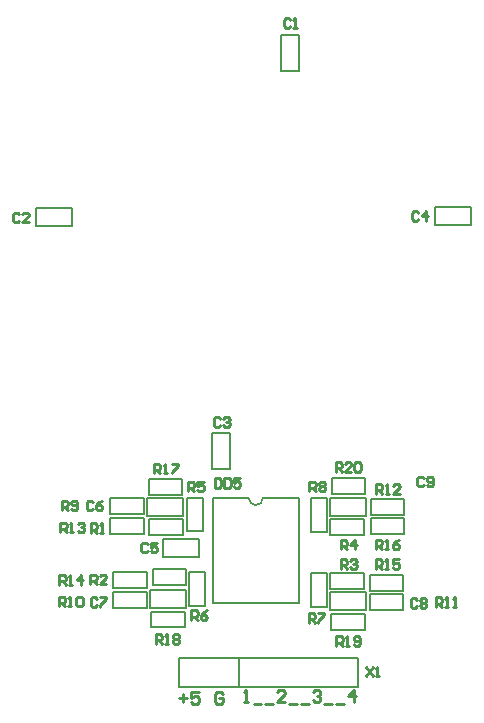
<source format=gbr>
%TF.GenerationSoftware,Altium Limited,Altium Designer,21.6.4 (81)*%
G04 Layer_Color=65535*
%FSLAX43Y43*%
%MOMM*%
%TF.SameCoordinates,7E1728C7-8053-4159-852C-9F5DCDCDAABE*%
%TF.FilePolarity,Positive*%
%TF.FileFunction,Legend,Top*%
%TF.Part,Single*%
G01*
G75*
%TA.AperFunction,NonConductor*%
%ADD21C,0.254*%
%ADD22C,0.200*%
D21*
X-6356Y-37706D02*
X-5690D01*
X-6023Y-37373D02*
Y-38039D01*
X-4690Y-37206D02*
X-5356D01*
Y-37706D01*
X-5023Y-37540D01*
X-4856D01*
X-4690Y-37706D01*
Y-38039D01*
X-4856Y-38206D01*
X-5190D01*
X-5356Y-38039D01*
X-2691Y-37373D02*
X-2857Y-37206D01*
X-3190D01*
X-3357Y-37373D01*
Y-38039D01*
X-3190Y-38206D01*
X-2857D01*
X-2691Y-38039D01*
Y-37706D01*
X-3024D01*
X-903Y-38039D02*
X-570D01*
X-736D01*
Y-37040D01*
X-903Y-37206D01*
X-70Y-38206D02*
X596D01*
X930D02*
X1596D01*
X2596Y-38039D02*
X1929D01*
X2596Y-37373D01*
Y-37206D01*
X2429Y-37040D01*
X2096D01*
X1929Y-37206D01*
X2929Y-38206D02*
X3595D01*
X3929D02*
X4595D01*
X4928Y-37206D02*
X5095Y-37040D01*
X5428D01*
X5595Y-37206D01*
Y-37373D01*
X5428Y-37540D01*
X5262D01*
X5428D01*
X5595Y-37706D01*
Y-37873D01*
X5428Y-38039D01*
X5095D01*
X4928Y-37873D01*
X5928Y-38206D02*
X6595D01*
X6928D02*
X7594D01*
X8427Y-38039D02*
Y-37040D01*
X7927Y-37540D01*
X8594D01*
X6874Y-18510D02*
Y-17710D01*
X7274D01*
X7407Y-17843D01*
Y-18110D01*
X7274Y-18243D01*
X6874D01*
X7140D02*
X7407Y-18510D01*
X8207D02*
X7673D01*
X8207Y-17977D01*
Y-17843D01*
X8073Y-17710D01*
X7807D01*
X7673Y-17843D01*
X8473D02*
X8606Y-17710D01*
X8873D01*
X9006Y-17843D01*
Y-18377D01*
X8873Y-18510D01*
X8606D01*
X8473Y-18377D01*
Y-17843D01*
X6940Y-33260D02*
Y-32460D01*
X7340D01*
X7473Y-32593D01*
Y-32860D01*
X7340Y-32993D01*
X6940D01*
X7207D02*
X7473Y-33260D01*
X7740D02*
X8007D01*
X7873D01*
Y-32460D01*
X7740Y-32593D01*
X8407Y-33127D02*
X8540Y-33260D01*
X8806D01*
X8940Y-33127D01*
Y-32593D01*
X8806Y-32460D01*
X8540D01*
X8407Y-32593D01*
Y-32727D01*
X8540Y-32860D01*
X8940D01*
X-8370Y-33070D02*
Y-32270D01*
X-7970D01*
X-7837Y-32403D01*
Y-32670D01*
X-7970Y-32803D01*
X-8370D01*
X-8103D02*
X-7837Y-33070D01*
X-7570D02*
X-7303D01*
X-7437D01*
Y-32270D01*
X-7570Y-32403D01*
X-6903D02*
X-6770Y-32270D01*
X-6504D01*
X-6370Y-32403D01*
Y-32537D01*
X-6504Y-32670D01*
X-6370Y-32803D01*
Y-32937D01*
X-6504Y-33070D01*
X-6770D01*
X-6903Y-32937D01*
Y-32803D01*
X-6770Y-32670D01*
X-6903Y-32537D01*
Y-32403D01*
X-6770Y-32670D02*
X-6504D01*
X-8485Y-18660D02*
Y-17860D01*
X-8085D01*
X-7952Y-17993D01*
Y-18260D01*
X-8085Y-18393D01*
X-8485D01*
X-8218D02*
X-7952Y-18660D01*
X-7685D02*
X-7418D01*
X-7552D01*
Y-17860D01*
X-7685Y-17993D01*
X-7018Y-17860D02*
X-6485D01*
Y-17993D01*
X-7018Y-18527D01*
Y-18660D01*
X10260Y-25077D02*
Y-24277D01*
X10660D01*
X10793Y-24410D01*
Y-24677D01*
X10660Y-24810D01*
X10260D01*
X10527D02*
X10793Y-25077D01*
X11060D02*
X11327D01*
X11193D01*
Y-24277D01*
X11060Y-24410D01*
X12260Y-24277D02*
X11993Y-24410D01*
X11726Y-24677D01*
Y-24943D01*
X11860Y-25077D01*
X12126D01*
X12260Y-24943D01*
Y-24810D01*
X12126Y-24677D01*
X11726D01*
X10260Y-26746D02*
Y-25946D01*
X10660D01*
X10794Y-26079D01*
Y-26346D01*
X10660Y-26479D01*
X10260D01*
X10527D02*
X10794Y-26746D01*
X11060D02*
X11327D01*
X11193D01*
Y-25946D01*
X11060Y-26079D01*
X12260Y-25946D02*
X11727D01*
Y-26346D01*
X11993Y-26212D01*
X12126D01*
X12260Y-26346D01*
Y-26612D01*
X12126Y-26746D01*
X11860D01*
X11727Y-26612D01*
X-16509Y-28075D02*
Y-27275D01*
X-16110D01*
X-15976Y-27408D01*
Y-27675D01*
X-16110Y-27808D01*
X-16509D01*
X-16243D02*
X-15976Y-28075D01*
X-15710D02*
X-15443D01*
X-15576D01*
Y-27275D01*
X-15710Y-27408D01*
X-14643Y-28075D02*
Y-27275D01*
X-15043Y-27675D01*
X-14510D01*
X-16420Y-23635D02*
Y-22835D01*
X-16020D01*
X-15887Y-22969D01*
Y-23235D01*
X-16020Y-23368D01*
X-16420D01*
X-16153D02*
X-15887Y-23635D01*
X-15620D02*
X-15353D01*
X-15487D01*
Y-22835D01*
X-15620Y-22969D01*
X-14954D02*
X-14820Y-22835D01*
X-14554D01*
X-14420Y-22969D01*
Y-23102D01*
X-14554Y-23235D01*
X-14687D01*
X-14554D01*
X-14420Y-23368D01*
Y-23502D01*
X-14554Y-23635D01*
X-14820D01*
X-14954Y-23502D01*
X10300Y-20370D02*
Y-19570D01*
X10700D01*
X10833Y-19703D01*
Y-19970D01*
X10700Y-20103D01*
X10300D01*
X10567D02*
X10833Y-20370D01*
X11100D02*
X11367D01*
X11233D01*
Y-19570D01*
X11100Y-19703D01*
X12300Y-20370D02*
X11767D01*
X12300Y-19837D01*
Y-19703D01*
X12166Y-19570D01*
X11900D01*
X11767Y-19703D01*
X15354Y-29950D02*
Y-29150D01*
X15753D01*
X15887Y-29283D01*
Y-29550D01*
X15753Y-29683D01*
X15354D01*
X15620D02*
X15887Y-29950D01*
X16153D02*
X16420D01*
X16287D01*
Y-29150D01*
X16153Y-29283D01*
X16820Y-29950D02*
X17086D01*
X16953D01*
Y-29150D01*
X16820Y-29283D01*
X-16553Y-29900D02*
Y-29100D01*
X-16153D01*
X-16019Y-29234D01*
Y-29500D01*
X-16153Y-29633D01*
X-16553D01*
X-16286D02*
X-16019Y-29900D01*
X-15753D02*
X-15486D01*
X-15620D01*
Y-29100D01*
X-15753Y-29234D01*
X-15086D02*
X-14953Y-29100D01*
X-14687D01*
X-14553Y-29234D01*
Y-29767D01*
X-14687Y-29900D01*
X-14953D01*
X-15086Y-29767D01*
Y-29234D01*
X-16326Y-21770D02*
Y-20970D01*
X-15927D01*
X-15793Y-21103D01*
Y-21370D01*
X-15927Y-21503D01*
X-16326D01*
X-16060D02*
X-15793Y-21770D01*
X-15527Y-21637D02*
X-15393Y-21770D01*
X-15127D01*
X-14994Y-21637D01*
Y-21103D01*
X-15127Y-20970D01*
X-15393D01*
X-15527Y-21103D01*
Y-21237D01*
X-15393Y-21370D01*
X-14994D01*
X4664Y-20160D02*
Y-19360D01*
X5063D01*
X5197Y-19493D01*
Y-19760D01*
X5063Y-19893D01*
X4664D01*
X4930D02*
X5197Y-20160D01*
X5463Y-19493D02*
X5597Y-19360D01*
X5863D01*
X5996Y-19493D01*
Y-19627D01*
X5863Y-19760D01*
X5996Y-19893D01*
Y-20027D01*
X5863Y-20160D01*
X5597D01*
X5463Y-20027D01*
Y-19893D01*
X5597Y-19760D01*
X5463Y-19627D01*
Y-19493D01*
X5597Y-19760D02*
X5863D01*
X4594Y-31290D02*
Y-30490D01*
X4993D01*
X5127Y-30623D01*
Y-30890D01*
X4993Y-31023D01*
X4594D01*
X4860D02*
X5127Y-31290D01*
X5393Y-30490D02*
X5926D01*
Y-30623D01*
X5393Y-31157D01*
Y-31290D01*
X-5346Y-31060D02*
Y-30260D01*
X-4947D01*
X-4813Y-30393D01*
Y-30660D01*
X-4947Y-30793D01*
X-5346D01*
X-5080D02*
X-4813Y-31060D01*
X-4014Y-30260D02*
X-4280Y-30393D01*
X-4547Y-30660D01*
Y-30927D01*
X-4413Y-31060D01*
X-4147D01*
X-4014Y-30927D01*
Y-30793D01*
X-4147Y-30660D01*
X-4547D01*
X-5627Y-20160D02*
Y-19360D01*
X-5227D01*
X-5094Y-19493D01*
Y-19760D01*
X-5227Y-19893D01*
X-5627D01*
X-5360D02*
X-5094Y-20160D01*
X-4294Y-19360D02*
X-4827D01*
Y-19760D01*
X-4560Y-19627D01*
X-4427D01*
X-4294Y-19760D01*
Y-20027D01*
X-4427Y-20160D01*
X-4694D01*
X-4827Y-20027D01*
X7314Y-25100D02*
Y-24300D01*
X7713D01*
X7847Y-24433D01*
Y-24700D01*
X7713Y-24833D01*
X7314D01*
X7580D02*
X7847Y-25100D01*
X8513D02*
Y-24300D01*
X8113Y-24700D01*
X8646D01*
X7314Y-26720D02*
Y-25920D01*
X7713D01*
X7847Y-26053D01*
Y-26320D01*
X7713Y-26453D01*
X7314D01*
X7580D02*
X7847Y-26720D01*
X8113Y-26053D02*
X8247Y-25920D01*
X8513D01*
X8646Y-26053D01*
Y-26187D01*
X8513Y-26320D01*
X8380D01*
X8513D01*
X8646Y-26453D01*
Y-26587D01*
X8513Y-26720D01*
X8247D01*
X8113Y-26587D01*
X-13886Y-28020D02*
Y-27220D01*
X-13487D01*
X-13353Y-27353D01*
Y-27620D01*
X-13487Y-27753D01*
X-13886D01*
X-13620D02*
X-13353Y-28020D01*
X-12554D02*
X-13087D01*
X-12554Y-27487D01*
Y-27353D01*
X-12687Y-27220D01*
X-12953D01*
X-13087Y-27353D01*
X-13858Y-23695D02*
Y-22895D01*
X-13458D01*
X-13325Y-23029D01*
Y-23295D01*
X-13458Y-23428D01*
X-13858D01*
X-13592D02*
X-13325Y-23695D01*
X-13058D02*
X-12792D01*
X-12925D01*
Y-22895D01*
X-13058Y-23029D01*
X-3356Y-19075D02*
Y-19875D01*
X-2956D01*
X-2822Y-19742D01*
Y-19209D01*
X-2956Y-19075D01*
X-3356D01*
X-2556D02*
Y-19875D01*
X-2156D01*
X-2023Y-19742D01*
Y-19209D01*
X-2156Y-19075D01*
X-2556D01*
X-1223D02*
X-1756D01*
Y-19475D01*
X-1490Y-19342D01*
X-1356D01*
X-1223Y-19475D01*
Y-19742D01*
X-1356Y-19875D01*
X-1623D01*
X-1756Y-19742D01*
X14337Y-19083D02*
X14203Y-18950D01*
X13937D01*
X13804Y-19083D01*
Y-19617D01*
X13937Y-19750D01*
X14203D01*
X14337Y-19617D01*
X14603D02*
X14737Y-19750D01*
X15003D01*
X15136Y-19617D01*
Y-19083D01*
X15003Y-18950D01*
X14737D01*
X14603Y-19083D01*
Y-19217D01*
X14737Y-19350D01*
X15136D01*
X13757Y-29363D02*
X13623Y-29230D01*
X13357D01*
X13224Y-29363D01*
Y-29897D01*
X13357Y-30030D01*
X13623D01*
X13757Y-29897D01*
X14023Y-29363D02*
X14157Y-29230D01*
X14423D01*
X14556Y-29363D01*
Y-29497D01*
X14423Y-29630D01*
X14556Y-29763D01*
Y-29897D01*
X14423Y-30030D01*
X14157D01*
X14023Y-29897D01*
Y-29763D01*
X14157Y-29630D01*
X14023Y-29497D01*
Y-29363D01*
X14157Y-29630D02*
X14423D01*
X-13323Y-29273D02*
X-13457Y-29140D01*
X-13723D01*
X-13856Y-29273D01*
Y-29807D01*
X-13723Y-29940D01*
X-13457D01*
X-13323Y-29807D01*
X-13057Y-29140D02*
X-12524D01*
Y-29273D01*
X-13057Y-29807D01*
Y-29940D01*
X-13673Y-21103D02*
X-13807Y-20970D01*
X-14073D01*
X-14206Y-21103D01*
Y-21637D01*
X-14073Y-21770D01*
X-13807D01*
X-13673Y-21637D01*
X-12874Y-20970D02*
X-13140Y-21103D01*
X-13407Y-21370D01*
Y-21637D01*
X-13273Y-21770D01*
X-13007D01*
X-12874Y-21637D01*
Y-21503D01*
X-13007Y-21370D01*
X-13407D01*
X-9043Y-24673D02*
X-9177Y-24540D01*
X-9443D01*
X-9576Y-24673D01*
Y-25207D01*
X-9443Y-25340D01*
X-9177D01*
X-9043Y-25207D01*
X-8244Y-24540D02*
X-8777D01*
Y-24940D01*
X-8510Y-24807D01*
X-8377D01*
X-8244Y-24940D01*
Y-25207D01*
X-8377Y-25340D01*
X-8643D01*
X-8777Y-25207D01*
X9477Y-35050D02*
X10010Y-35850D01*
Y-35050D02*
X9477Y-35850D01*
X10277D02*
X10543D01*
X10410D01*
Y-35050D01*
X10277Y-35184D01*
X13887Y3397D02*
X13753Y3530D01*
X13487D01*
X13354Y3397D01*
Y2863D01*
X13487Y2730D01*
X13753D01*
X13887Y2863D01*
X14553Y2730D02*
Y3530D01*
X14153Y3130D01*
X14686D01*
X-2903Y-14033D02*
X-3037Y-13900D01*
X-3303D01*
X-3436Y-14033D01*
Y-14567D01*
X-3303Y-14700D01*
X-3037D01*
X-2903Y-14567D01*
X-2637Y-14033D02*
X-2503Y-13900D01*
X-2237D01*
X-2104Y-14033D01*
Y-14167D01*
X-2237Y-14300D01*
X-2370D01*
X-2237D01*
X-2104Y-14433D01*
Y-14567D01*
X-2237Y-14700D01*
X-2503D01*
X-2637Y-14567D01*
X-19903Y3267D02*
X-20037Y3400D01*
X-20303D01*
X-20436Y3267D01*
Y2733D01*
X-20303Y2600D01*
X-20037D01*
X-19903Y2733D01*
X-19104Y2600D02*
X-19637D01*
X-19104Y3133D01*
Y3267D01*
X-19237Y3400D01*
X-19503D01*
X-19637Y3267D01*
X3040Y19747D02*
X2907Y19880D01*
X2640D01*
X2507Y19747D01*
Y19213D01*
X2640Y19080D01*
X2907D01*
X3040Y19213D01*
X3307Y19080D02*
X3573D01*
X3440D01*
Y19880D01*
X3307Y19747D01*
D22*
X-475Y-20740D02*
G03*
X725Y-20740I600J0D01*
G01*
X-8950Y-19105D02*
X-6100D01*
X-8950Y-20455D02*
X-6100D01*
Y-19105D01*
X-8950Y-20455D02*
Y-19105D01*
X-8735Y-30355D02*
X-5885D01*
X-8735Y-31705D02*
X-5885D01*
Y-30355D01*
X-8735Y-31705D02*
Y-30355D01*
X6525Y-31905D02*
X9375D01*
X6525Y-30555D02*
X9375D01*
X6525Y-31905D02*
Y-30555D01*
X9375Y-31905D02*
Y-30555D01*
X6555Y-20405D02*
X9405D01*
X6555Y-19055D02*
X9405D01*
X6555Y-20405D02*
Y-19055D01*
X9405Y-20405D02*
Y-19055D01*
X-6360Y-36770D02*
Y-34270D01*
X-1320D01*
X-6360Y-36770D02*
X-1320D01*
Y-34270D01*
X-12200Y-20710D02*
X-9350D01*
X-12200Y-22060D02*
X-9350D01*
Y-20710D01*
X-12200Y-22060D02*
Y-20710D01*
X-9084Y-22252D02*
X-6036D01*
Y-20728D01*
X-9084Y-22252D02*
Y-20728D01*
X-6036D01*
X-5715Y-23560D02*
Y-20710D01*
X-4365Y-23560D02*
Y-20710D01*
X-5715D02*
X-4365D01*
X-5715Y-23560D02*
X-4365D01*
X-8625Y-26770D02*
X-5775D01*
X-8625Y-28120D02*
X-5775D01*
Y-26770D01*
X-8625Y-28120D02*
Y-26770D01*
X-11935Y-28380D02*
X-9085D01*
X-11935Y-27030D02*
X-9085D01*
X-11935Y-28380D02*
Y-27030D01*
X-9085Y-28380D02*
Y-27030D01*
X-11935Y-28665D02*
X-9085D01*
X-11935Y-30015D02*
X-9085D01*
Y-28665D01*
X-11935Y-30015D02*
Y-28665D01*
X-8834Y-30042D02*
X-5786D01*
Y-28518D01*
X-8834Y-30042D02*
Y-28518D01*
X-5786D01*
X-4150Y-29895D02*
Y-27045D01*
X-5500Y-29895D02*
Y-27045D01*
Y-29895D02*
X-4150D01*
X-5500Y-27045D02*
X-4150D01*
X-12200Y-23785D02*
X-9350D01*
X-12200Y-22435D02*
X-9350D01*
X-12200Y-23785D02*
Y-22435D01*
X-9350Y-23785D02*
Y-22435D01*
X-8910Y-22560D02*
X-6060D01*
X-8910Y-23910D02*
X-6060D01*
Y-22560D01*
X-8910Y-23910D02*
Y-22560D01*
X-7734Y-25742D02*
X-4686D01*
Y-24218D01*
X-7734Y-25742D02*
Y-24218D01*
X-4686D01*
X9755Y-27255D02*
X12605D01*
X9755Y-28605D02*
X12605D01*
Y-27255D01*
X9755Y-28605D02*
Y-27255D01*
X9755Y-30260D02*
X12605D01*
X9755Y-28910D02*
X12605D01*
X9755Y-30260D02*
Y-28910D01*
X12605Y-30260D02*
Y-28910D01*
X6430Y-28470D02*
X9280D01*
X6430Y-27120D02*
X9280D01*
X6430Y-28470D02*
Y-27120D01*
X9280Y-28470D02*
Y-27120D01*
X6105Y-29970D02*
Y-27120D01*
X4755Y-29970D02*
Y-27120D01*
Y-29970D02*
X6105D01*
X4755Y-27120D02*
X6105D01*
X6426Y-28738D02*
X9474D01*
X6426Y-30262D02*
Y-28738D01*
X9474Y-30262D02*
Y-28738D01*
X6426Y-30262D02*
X9474D01*
X9835Y-22470D02*
X12685D01*
X9835Y-23820D02*
X12685D01*
Y-22470D01*
X9835Y-23820D02*
Y-22470D01*
X4755Y-23595D02*
Y-20745D01*
X6105Y-23595D02*
Y-20745D01*
X4755D02*
X6105D01*
X4755Y-23595D02*
X6105D01*
X9835Y-22185D02*
X12685D01*
X9835Y-20835D02*
X12685D01*
X9835Y-22185D02*
Y-20835D01*
X12685Y-22185D02*
Y-20835D01*
X6426Y-20748D02*
X9474D01*
X6426Y-22272D02*
Y-20748D01*
X9474Y-22272D02*
Y-20748D01*
X6426Y-22272D02*
X9474D01*
X6430Y-23875D02*
X9280D01*
X6430Y-22525D02*
X9280D01*
X6430Y-23875D02*
Y-22525D01*
X9280Y-23875D02*
Y-22525D01*
X725Y-20740D02*
X3780D01*
Y-29590D02*
Y-20740D01*
X-3520D02*
X-475D01*
X-3520Y-29590D02*
X3780D01*
X-3520D02*
Y-20740D01*
X-1330Y-34270D02*
X8790Y-34270D01*
X-1330Y-36770D02*
X8790Y-36770D01*
X-1330Y-36770D02*
Y-34270D01*
X8790Y-36770D02*
Y-34270D01*
X-18474Y2288D02*
X-15426D01*
Y3812D01*
X-18474Y2288D02*
Y3812D01*
X-15426D01*
X-2036Y-18292D02*
Y-15244D01*
X-3560D02*
X-2036D01*
X-3560Y-18292D02*
X-2036D01*
X-3560D02*
Y-15244D01*
X2238Y15446D02*
Y18494D01*
Y15446D02*
X3762D01*
X2238Y18494D02*
X3762D01*
Y15446D02*
Y18494D01*
X15316Y2368D02*
X18364D01*
Y3892D01*
X15316Y2368D02*
Y3892D01*
X18364D01*
%TF.MD5,81f321fa5c54e026e9a1f3f0ff07366a*%
M02*

</source>
